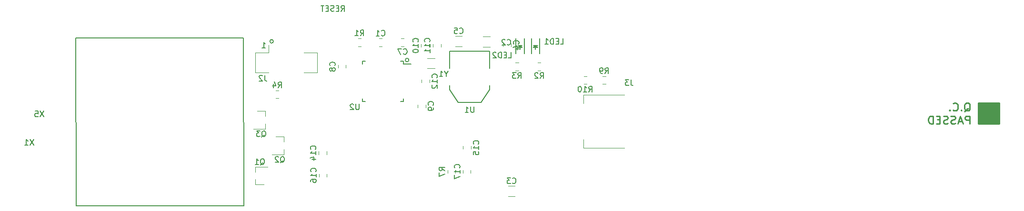
<source format=gbr>
G04 #@! TF.GenerationSoftware,KiCad,Pcbnew,5.0.2-bee76a0~70~ubuntu18.04.1*
G04 #@! TF.CreationDate,2019-06-21T11:09:07+02:00*
G04 #@! TF.ProjectId,RocketPCR,526f636b-6574-4504-9352-2e6b69636164,rev?*
G04 #@! TF.SameCoordinates,Original*
G04 #@! TF.FileFunction,Legend,Bot*
G04 #@! TF.FilePolarity,Positive*
%FSLAX46Y46*%
G04 Gerber Fmt 4.6, Leading zero omitted, Abs format (unit mm)*
G04 Created by KiCad (PCBNEW 5.0.2-bee76a0~70~ubuntu18.04.1) date Fr 21 Jun 2019 11:09:07 CEST*
%MOMM*%
%LPD*%
G01*
G04 APERTURE LIST*
%ADD10C,0.150000*%
%ADD11C,0.250000*%
%ADD12C,0.152400*%
%ADD13C,0.120000*%
%ADD14C,0.254000*%
G04 APERTURE END LIST*
D10*
X114973909Y-114991678D02*
X85157499Y-114991678D01*
X114842891Y-85044027D02*
X114973909Y-114991678D01*
X85026481Y-85044027D02*
X114842891Y-85044027D01*
X85157499Y-114991678D02*
X85026481Y-85044027D01*
D11*
X243024833Y-98172666D02*
X243158166Y-98106000D01*
X243291500Y-97972666D01*
X243491500Y-97772666D01*
X243624833Y-97706000D01*
X243758166Y-97706000D01*
X243691500Y-98039333D02*
X243824833Y-97972666D01*
X243958166Y-97839333D01*
X244024833Y-97572666D01*
X244024833Y-97106000D01*
X243958166Y-96839333D01*
X243824833Y-96706000D01*
X243691500Y-96639333D01*
X243424833Y-96639333D01*
X243291500Y-96706000D01*
X243158166Y-96839333D01*
X243091500Y-97106000D01*
X243091500Y-97572666D01*
X243158166Y-97839333D01*
X243291500Y-97972666D01*
X243424833Y-98039333D01*
X243691500Y-98039333D01*
X242491500Y-97906000D02*
X242424833Y-97972666D01*
X242491500Y-98039333D01*
X242558166Y-97972666D01*
X242491500Y-97906000D01*
X242491500Y-98039333D01*
X241024833Y-97906000D02*
X241091500Y-97972666D01*
X241291500Y-98039333D01*
X241424833Y-98039333D01*
X241624833Y-97972666D01*
X241758166Y-97839333D01*
X241824833Y-97706000D01*
X241891500Y-97439333D01*
X241891500Y-97239333D01*
X241824833Y-96972666D01*
X241758166Y-96839333D01*
X241624833Y-96706000D01*
X241424833Y-96639333D01*
X241291500Y-96639333D01*
X241091500Y-96706000D01*
X241024833Y-96772666D01*
X240424833Y-97906000D02*
X240358166Y-97972666D01*
X240424833Y-98039333D01*
X240491500Y-97972666D01*
X240424833Y-97906000D01*
X240424833Y-98039333D01*
X243958166Y-100389333D02*
X243958166Y-98989333D01*
X243424833Y-98989333D01*
X243291500Y-99056000D01*
X243224833Y-99122666D01*
X243158166Y-99256000D01*
X243158166Y-99456000D01*
X243224833Y-99589333D01*
X243291500Y-99656000D01*
X243424833Y-99722666D01*
X243958166Y-99722666D01*
X242624833Y-99989333D02*
X241958166Y-99989333D01*
X242758166Y-100389333D02*
X242291500Y-98989333D01*
X241824833Y-100389333D01*
X241424833Y-100322666D02*
X241224833Y-100389333D01*
X240891500Y-100389333D01*
X240758166Y-100322666D01*
X240691500Y-100256000D01*
X240624833Y-100122666D01*
X240624833Y-99989333D01*
X240691500Y-99856000D01*
X240758166Y-99789333D01*
X240891500Y-99722666D01*
X241158166Y-99656000D01*
X241291500Y-99589333D01*
X241358166Y-99522666D01*
X241424833Y-99389333D01*
X241424833Y-99256000D01*
X241358166Y-99122666D01*
X241291500Y-99056000D01*
X241158166Y-98989333D01*
X240824833Y-98989333D01*
X240624833Y-99056000D01*
X240091500Y-100322666D02*
X239891500Y-100389333D01*
X239558166Y-100389333D01*
X239424833Y-100322666D01*
X239358166Y-100256000D01*
X239291500Y-100122666D01*
X239291500Y-99989333D01*
X239358166Y-99856000D01*
X239424833Y-99789333D01*
X239558166Y-99722666D01*
X239824833Y-99656000D01*
X239958166Y-99589333D01*
X240024833Y-99522666D01*
X240091500Y-99389333D01*
X240091500Y-99256000D01*
X240024833Y-99122666D01*
X239958166Y-99056000D01*
X239824833Y-98989333D01*
X239491500Y-98989333D01*
X239291500Y-99056000D01*
X238691500Y-99656000D02*
X238224833Y-99656000D01*
X238024833Y-100389333D02*
X238691500Y-100389333D01*
X238691500Y-98989333D01*
X238024833Y-98989333D01*
X237424833Y-100389333D02*
X237424833Y-98989333D01*
X237091500Y-98989333D01*
X236891500Y-99056000D01*
X236758166Y-99189333D01*
X236691500Y-99322666D01*
X236624833Y-99589333D01*
X236624833Y-99789333D01*
X236691500Y-100056000D01*
X236758166Y-100189333D01*
X236891500Y-100322666D01*
X237091500Y-100389333D01*
X237424833Y-100389333D01*
D10*
X132252380Y-80277380D02*
X132585714Y-79801190D01*
X132823809Y-80277380D02*
X132823809Y-79277380D01*
X132442857Y-79277380D01*
X132347619Y-79325000D01*
X132300000Y-79372619D01*
X132252380Y-79467857D01*
X132252380Y-79610714D01*
X132300000Y-79705952D01*
X132347619Y-79753571D01*
X132442857Y-79801190D01*
X132823809Y-79801190D01*
X131823809Y-79753571D02*
X131490476Y-79753571D01*
X131347619Y-80277380D02*
X131823809Y-80277380D01*
X131823809Y-79277380D01*
X131347619Y-79277380D01*
X130966666Y-80229761D02*
X130823809Y-80277380D01*
X130585714Y-80277380D01*
X130490476Y-80229761D01*
X130442857Y-80182142D01*
X130395238Y-80086904D01*
X130395238Y-79991666D01*
X130442857Y-79896428D01*
X130490476Y-79848809D01*
X130585714Y-79801190D01*
X130776190Y-79753571D01*
X130871428Y-79705952D01*
X130919047Y-79658333D01*
X130966666Y-79563095D01*
X130966666Y-79467857D01*
X130919047Y-79372619D01*
X130871428Y-79325000D01*
X130776190Y-79277380D01*
X130538095Y-79277380D01*
X130395238Y-79325000D01*
X129966666Y-79753571D02*
X129633333Y-79753571D01*
X129490476Y-80277380D02*
X129966666Y-80277380D01*
X129966666Y-79277380D01*
X129490476Y-79277380D01*
X129204761Y-79277380D02*
X128633333Y-79277380D01*
X128919047Y-80277380D02*
X128919047Y-79277380D01*
D12*
G04 #@! TO.C,U2*
X144293228Y-89011000D02*
G75*
G03X144293228Y-89011000I-316228J0D01*
G01*
D10*
X143302000Y-89186000D02*
X143302000Y-89711000D01*
X136052000Y-89186000D02*
X136052000Y-89711000D01*
X136052000Y-96436000D02*
X136052000Y-95911000D01*
X143302000Y-96436000D02*
X143302000Y-95911000D01*
X143302000Y-89186000D02*
X142777000Y-89186000D01*
X143302000Y-96436000D02*
X142777000Y-96436000D01*
X136052000Y-96436000D02*
X136577000Y-96436000D01*
X136052000Y-89186000D02*
X136577000Y-89186000D01*
X143302000Y-89711000D02*
X144677000Y-89711000D01*
D13*
G04 #@! TO.C,Y1*
X148919000Y-88691400D02*
X147569000Y-88691400D01*
X148919000Y-90441400D02*
X147569000Y-90441400D01*
D10*
G04 #@! TO.C,LED2*
X164827000Y-85180020D02*
X164827000Y-87880020D01*
X163327000Y-85180020D02*
X163327000Y-87880020D01*
X164227000Y-86680020D02*
X163977000Y-86680020D01*
X163977000Y-86680020D02*
X164127000Y-86530020D01*
X163727000Y-86430020D02*
X164427000Y-86430020D01*
X164077000Y-86780020D02*
X164077000Y-87130020D01*
X164077000Y-86430020D02*
X163727000Y-86780020D01*
X163727000Y-86780020D02*
X164427000Y-86780020D01*
X164427000Y-86780020D02*
X164077000Y-86430020D01*
G04 #@! TO.C,LED1*
X167557000Y-85180020D02*
X167557000Y-87880020D01*
X166057000Y-85180020D02*
X166057000Y-87880020D01*
X166957000Y-86680020D02*
X166707000Y-86680020D01*
X166707000Y-86680020D02*
X166857000Y-86530020D01*
X166457000Y-86430020D02*
X167157000Y-86430020D01*
X166807000Y-86780020D02*
X166807000Y-87130020D01*
X166807000Y-86430020D02*
X166457000Y-86780020D01*
X166457000Y-86780020D02*
X167157000Y-86780020D01*
X167157000Y-86780020D02*
X166807000Y-86430020D01*
G04 #@! TO.C,U1*
X151501000Y-90503000D02*
X151501000Y-87455000D01*
X151501000Y-87455000D02*
X158613000Y-87455000D01*
X158613000Y-87455000D02*
X158613000Y-90503000D01*
X151501000Y-93551000D02*
X151501000Y-94313000D01*
X151501000Y-94313000D02*
X153025000Y-96599000D01*
X153025000Y-96599000D02*
X157089000Y-96599000D01*
X157089000Y-96599000D02*
X158613000Y-94313000D01*
X158613000Y-94313000D02*
X158613000Y-93551000D01*
D13*
G04 #@! TO.C,J3*
X175327000Y-103215000D02*
X175327000Y-104715000D01*
X175327000Y-104715000D02*
X182587000Y-104715000D01*
X175327000Y-95215000D02*
X182587000Y-95215000D01*
X175327000Y-95215000D02*
X175327000Y-96715000D01*
D12*
G04 #@! TO.C,J2*
X120202228Y-85659000D02*
G75*
G03X120202228Y-85659000I-316228J0D01*
G01*
D13*
X125656000Y-91224000D02*
X127986000Y-91224000D01*
X125656000Y-87694000D02*
X127986000Y-87694000D01*
X116986000Y-91224000D02*
X119316000Y-91224000D01*
X116986000Y-87694000D02*
X119316000Y-87694000D01*
X119316000Y-86369000D02*
X119316000Y-87694000D01*
X127986000Y-87694000D02*
X127986000Y-91224000D01*
X116986000Y-87694000D02*
X116986000Y-91224000D01*
G04 #@! TO.C,Q2*
X122103000Y-102693000D02*
X122103000Y-103623000D01*
X122103000Y-105853000D02*
X122103000Y-104923000D01*
X122103000Y-105853000D02*
X119943000Y-105853000D01*
X122103000Y-102693000D02*
X120643000Y-102693000D01*
G04 #@! TO.C,Q1*
X117017600Y-111253000D02*
X117017600Y-110323000D01*
X117017600Y-108093000D02*
X117017600Y-109023000D01*
X117017600Y-108093000D02*
X119177600Y-108093000D01*
X117017600Y-111253000D02*
X118477600Y-111253000D01*
G04 #@! TO.C,Q3*
X118775600Y-98121000D02*
X118775600Y-99051000D01*
X118775600Y-101281000D02*
X118775600Y-100351000D01*
X118775600Y-101281000D02*
X116615600Y-101281000D01*
X118775600Y-98121000D02*
X117315600Y-98121000D01*
G04 #@! TO.C,C2*
X158699064Y-84825000D02*
X157494936Y-84825000D01*
X158699064Y-86645000D02*
X157494936Y-86645000D01*
G04 #@! TO.C,C3*
X163143864Y-111516400D02*
X161939736Y-111516400D01*
X163143864Y-113336400D02*
X161939736Y-113336400D01*
G04 #@! TO.C,C4*
X162464400Y-86573778D02*
X162464400Y-86056622D01*
X161044400Y-86573778D02*
X161044400Y-86056622D01*
G04 #@! TO.C,R4*
X121118978Y-94419000D02*
X120601822Y-94419000D01*
X121118978Y-95839000D02*
X120601822Y-95839000D01*
G04 #@! TO.C,C1*
X139508578Y-86593400D02*
X138991422Y-86593400D01*
X139508578Y-85173400D02*
X138991422Y-85173400D01*
G04 #@! TO.C,C5*
X153739064Y-84725000D02*
X152534936Y-84725000D01*
X153739064Y-86545000D02*
X152534936Y-86545000D01*
G04 #@! TO.C,C7*
X142912422Y-86593400D02*
X143429578Y-86593400D01*
X142912422Y-85173400D02*
X143429578Y-85173400D01*
G04 #@! TO.C,C8*
X131682000Y-89917422D02*
X131682000Y-90434578D01*
X133102000Y-89917422D02*
X133102000Y-90434578D01*
G04 #@! TO.C,C9*
X145867000Y-97473578D02*
X145867000Y-96956422D01*
X147287000Y-97473578D02*
X147287000Y-96956422D01*
G04 #@! TO.C,C10*
X147884800Y-86158222D02*
X147884800Y-86675378D01*
X146464800Y-86158222D02*
X146464800Y-86675378D01*
G04 #@! TO.C,C11*
X148547600Y-86132822D02*
X148547600Y-86649978D01*
X149967600Y-86132822D02*
X149967600Y-86649978D01*
G04 #@! TO.C,C12*
X147961000Y-93050778D02*
X147961000Y-92533622D01*
X146541000Y-93050778D02*
X146541000Y-92533622D01*
G04 #@! TO.C,C14*
X128253000Y-105335222D02*
X128253000Y-105852378D01*
X129673000Y-105335222D02*
X129673000Y-105852378D01*
G04 #@! TO.C,C15*
X153907000Y-104912578D02*
X153907000Y-104395422D01*
X155327000Y-104912578D02*
X155327000Y-104395422D01*
G04 #@! TO.C,C16*
X129723800Y-109323022D02*
X129723800Y-109840178D01*
X128303800Y-109323022D02*
X128303800Y-109840178D01*
G04 #@! TO.C,C17*
X153856200Y-108646622D02*
X153856200Y-109163778D01*
X155276200Y-108646622D02*
X155276200Y-109163778D01*
G04 #@! TO.C,R1*
X135764578Y-85148000D02*
X135247422Y-85148000D01*
X135764578Y-86568000D02*
X135247422Y-86568000D01*
G04 #@! TO.C,R2*
X167185422Y-90886000D02*
X167702578Y-90886000D01*
X167185422Y-89466000D02*
X167702578Y-89466000D01*
G04 #@! TO.C,R3*
X163248422Y-89455000D02*
X163765578Y-89455000D01*
X163248422Y-90875000D02*
X163765578Y-90875000D01*
G04 #@! TO.C,R7*
X152583800Y-108672022D02*
X152583800Y-109189178D01*
X151163800Y-108672022D02*
X151163800Y-109189178D01*
G04 #@! TO.C,R9*
X179259578Y-91879000D02*
X178742422Y-91879000D01*
X179259578Y-93299000D02*
X178742422Y-93299000D01*
G04 #@! TO.C,R10*
X175379422Y-91879000D02*
X175896578Y-91879000D01*
X175379422Y-93299000D02*
X175896578Y-93299000D01*
G04 #@! TO.C,U2*
D10*
X135439904Y-96867380D02*
X135439904Y-97676904D01*
X135392285Y-97772142D01*
X135344666Y-97819761D01*
X135249428Y-97867380D01*
X135058952Y-97867380D01*
X134963714Y-97819761D01*
X134916095Y-97772142D01*
X134868476Y-97676904D01*
X134868476Y-96867380D01*
X134439904Y-96962619D02*
X134392285Y-96915000D01*
X134297047Y-96867380D01*
X134058952Y-96867380D01*
X133963714Y-96915000D01*
X133916095Y-96962619D01*
X133868476Y-97057857D01*
X133868476Y-97153095D01*
X133916095Y-97295952D01*
X134487523Y-97867380D01*
X133868476Y-97867380D01*
G04 #@! TO.C,Y1*
X150902190Y-91472590D02*
X150902190Y-91948780D01*
X151235523Y-90948780D02*
X150902190Y-91472590D01*
X150568857Y-90948780D01*
X149711714Y-91948780D02*
X150283142Y-91948780D01*
X149997428Y-91948780D02*
X149997428Y-90948780D01*
X150092666Y-91091638D01*
X150187904Y-91186876D01*
X150283142Y-91234495D01*
G04 #@! TO.C,LED2*
X161959047Y-88596380D02*
X162435238Y-88596380D01*
X162435238Y-87596380D01*
X161625714Y-88072571D02*
X161292380Y-88072571D01*
X161149523Y-88596380D02*
X161625714Y-88596380D01*
X161625714Y-87596380D01*
X161149523Y-87596380D01*
X160720952Y-88596380D02*
X160720952Y-87596380D01*
X160482857Y-87596380D01*
X160340000Y-87644000D01*
X160244761Y-87739238D01*
X160197142Y-87834476D01*
X160149523Y-88024952D01*
X160149523Y-88167809D01*
X160197142Y-88358285D01*
X160244761Y-88453523D01*
X160340000Y-88548761D01*
X160482857Y-88596380D01*
X160720952Y-88596380D01*
X159768571Y-87691619D02*
X159720952Y-87644000D01*
X159625714Y-87596380D01*
X159387619Y-87596380D01*
X159292380Y-87644000D01*
X159244761Y-87691619D01*
X159197142Y-87786857D01*
X159197142Y-87882095D01*
X159244761Y-88024952D01*
X159816190Y-88596380D01*
X159197142Y-88596380D01*
G04 #@! TO.C,LED1*
X171230047Y-86183380D02*
X171706238Y-86183380D01*
X171706238Y-85183380D01*
X170896714Y-85659571D02*
X170563380Y-85659571D01*
X170420523Y-86183380D02*
X170896714Y-86183380D01*
X170896714Y-85183380D01*
X170420523Y-85183380D01*
X169991952Y-86183380D02*
X169991952Y-85183380D01*
X169753857Y-85183380D01*
X169611000Y-85231000D01*
X169515761Y-85326238D01*
X169468142Y-85421476D01*
X169420523Y-85611952D01*
X169420523Y-85754809D01*
X169468142Y-85945285D01*
X169515761Y-86040523D01*
X169611000Y-86135761D01*
X169753857Y-86183380D01*
X169991952Y-86183380D01*
X168468142Y-86183380D02*
X169039571Y-86183380D01*
X168753857Y-86183380D02*
X168753857Y-85183380D01*
X168849095Y-85326238D01*
X168944333Y-85421476D01*
X169039571Y-85469095D01*
G04 #@! TO.C,U1*
X155861504Y-97324580D02*
X155861504Y-98134104D01*
X155813885Y-98229342D01*
X155766266Y-98276961D01*
X155671028Y-98324580D01*
X155480552Y-98324580D01*
X155385314Y-98276961D01*
X155337695Y-98229342D01*
X155290076Y-98134104D01*
X155290076Y-97324580D01*
X154290076Y-98324580D02*
X154861504Y-98324580D01*
X154575790Y-98324580D02*
X154575790Y-97324580D01*
X154671028Y-97467438D01*
X154766266Y-97562676D01*
X154861504Y-97610295D01*
G04 #@! TO.C,J3*
X183779333Y-92549380D02*
X183779333Y-93263666D01*
X183826952Y-93406523D01*
X183922190Y-93501761D01*
X184065047Y-93549380D01*
X184160285Y-93549380D01*
X183398380Y-92549380D02*
X182779333Y-92549380D01*
X183112666Y-92930333D01*
X182969809Y-92930333D01*
X182874571Y-92977952D01*
X182826952Y-93025571D01*
X182779333Y-93120809D01*
X182779333Y-93358904D01*
X182826952Y-93454142D01*
X182874571Y-93501761D01*
X182969809Y-93549380D01*
X183255523Y-93549380D01*
X183350761Y-93501761D01*
X183398380Y-93454142D01*
G04 #@! TO.C,J2*
X118664333Y-91730780D02*
X118664333Y-92445066D01*
X118711952Y-92587923D01*
X118807190Y-92683161D01*
X118950047Y-92730780D01*
X119045285Y-92730780D01*
X118235761Y-91826019D02*
X118188142Y-91778400D01*
X118092904Y-91730780D01*
X117854809Y-91730780D01*
X117759571Y-91778400D01*
X117711952Y-91826019D01*
X117664333Y-91921257D01*
X117664333Y-92016495D01*
X117711952Y-92159352D01*
X118283380Y-92730780D01*
X117664333Y-92730780D01*
X118200285Y-86811380D02*
X118771714Y-86811380D01*
X118486000Y-86811380D02*
X118486000Y-85811380D01*
X118581238Y-85954238D01*
X118676476Y-86049476D01*
X118771714Y-86097095D01*
G04 #@! TO.C,Q2*
X121438238Y-107320619D02*
X121533476Y-107273000D01*
X121628714Y-107177761D01*
X121771571Y-107034904D01*
X121866809Y-106987285D01*
X121962047Y-106987285D01*
X121914428Y-107225380D02*
X122009666Y-107177761D01*
X122104904Y-107082523D01*
X122152523Y-106892047D01*
X122152523Y-106558714D01*
X122104904Y-106368238D01*
X122009666Y-106273000D01*
X121914428Y-106225380D01*
X121723952Y-106225380D01*
X121628714Y-106273000D01*
X121533476Y-106368238D01*
X121485857Y-106558714D01*
X121485857Y-106892047D01*
X121533476Y-107082523D01*
X121628714Y-107177761D01*
X121723952Y-107225380D01*
X121914428Y-107225380D01*
X121104904Y-106320619D02*
X121057285Y-106273000D01*
X120962047Y-106225380D01*
X120723952Y-106225380D01*
X120628714Y-106273000D01*
X120581095Y-106320619D01*
X120533476Y-106415857D01*
X120533476Y-106511095D01*
X120581095Y-106653952D01*
X121152523Y-107225380D01*
X120533476Y-107225380D01*
G04 #@! TO.C,Q1*
X117872838Y-107720619D02*
X117968076Y-107673000D01*
X118063314Y-107577761D01*
X118206171Y-107434904D01*
X118301409Y-107387285D01*
X118396647Y-107387285D01*
X118349028Y-107625380D02*
X118444266Y-107577761D01*
X118539504Y-107482523D01*
X118587123Y-107292047D01*
X118587123Y-106958714D01*
X118539504Y-106768238D01*
X118444266Y-106673000D01*
X118349028Y-106625380D01*
X118158552Y-106625380D01*
X118063314Y-106673000D01*
X117968076Y-106768238D01*
X117920457Y-106958714D01*
X117920457Y-107292047D01*
X117968076Y-107482523D01*
X118063314Y-107577761D01*
X118158552Y-107625380D01*
X118349028Y-107625380D01*
X116968076Y-107625380D02*
X117539504Y-107625380D01*
X117253790Y-107625380D02*
X117253790Y-106625380D01*
X117349028Y-106768238D01*
X117444266Y-106863476D01*
X117539504Y-106911095D01*
G04 #@! TO.C,Q3*
X118110838Y-102748619D02*
X118206076Y-102701000D01*
X118301314Y-102605761D01*
X118444171Y-102462904D01*
X118539409Y-102415285D01*
X118634647Y-102415285D01*
X118587028Y-102653380D02*
X118682266Y-102605761D01*
X118777504Y-102510523D01*
X118825123Y-102320047D01*
X118825123Y-101986714D01*
X118777504Y-101796238D01*
X118682266Y-101701000D01*
X118587028Y-101653380D01*
X118396552Y-101653380D01*
X118301314Y-101701000D01*
X118206076Y-101796238D01*
X118158457Y-101986714D01*
X118158457Y-102320047D01*
X118206076Y-102510523D01*
X118301314Y-102605761D01*
X118396552Y-102653380D01*
X118587028Y-102653380D01*
X117825123Y-101653380D02*
X117206076Y-101653380D01*
X117539409Y-102034333D01*
X117396552Y-102034333D01*
X117301314Y-102081952D01*
X117253695Y-102129571D01*
X117206076Y-102224809D01*
X117206076Y-102462904D01*
X117253695Y-102558142D01*
X117301314Y-102605761D01*
X117396552Y-102653380D01*
X117682266Y-102653380D01*
X117777504Y-102605761D01*
X117825123Y-102558142D01*
G04 #@! TO.C,C2*
X161768666Y-86215142D02*
X161816285Y-86262761D01*
X161959142Y-86310380D01*
X162054380Y-86310380D01*
X162197238Y-86262761D01*
X162292476Y-86167523D01*
X162340095Y-86072285D01*
X162387714Y-85881809D01*
X162387714Y-85738952D01*
X162340095Y-85548476D01*
X162292476Y-85453238D01*
X162197238Y-85358000D01*
X162054380Y-85310380D01*
X161959142Y-85310380D01*
X161816285Y-85358000D01*
X161768666Y-85405619D01*
X161387714Y-85405619D02*
X161340095Y-85358000D01*
X161244857Y-85310380D01*
X161006761Y-85310380D01*
X160911523Y-85358000D01*
X160863904Y-85405619D01*
X160816285Y-85500857D01*
X160816285Y-85596095D01*
X160863904Y-85738952D01*
X161435333Y-86310380D01*
X160816285Y-86310380D01*
G04 #@! TO.C,C3*
X162708466Y-110963542D02*
X162756085Y-111011161D01*
X162898942Y-111058780D01*
X162994180Y-111058780D01*
X163137038Y-111011161D01*
X163232276Y-110915923D01*
X163279895Y-110820685D01*
X163327514Y-110630209D01*
X163327514Y-110487352D01*
X163279895Y-110296876D01*
X163232276Y-110201638D01*
X163137038Y-110106400D01*
X162994180Y-110058780D01*
X162898942Y-110058780D01*
X162756085Y-110106400D01*
X162708466Y-110154019D01*
X162375133Y-110058780D02*
X161756085Y-110058780D01*
X162089419Y-110439733D01*
X161946561Y-110439733D01*
X161851323Y-110487352D01*
X161803704Y-110534971D01*
X161756085Y-110630209D01*
X161756085Y-110868304D01*
X161803704Y-110963542D01*
X161851323Y-111011161D01*
X161946561Y-111058780D01*
X162232276Y-111058780D01*
X162327514Y-111011161D01*
X162375133Y-110963542D01*
G04 #@! TO.C,C4*
X163761542Y-86148533D02*
X163809161Y-86100914D01*
X163856780Y-85958057D01*
X163856780Y-85862819D01*
X163809161Y-85719961D01*
X163713923Y-85624723D01*
X163618685Y-85577104D01*
X163428209Y-85529485D01*
X163285352Y-85529485D01*
X163094876Y-85577104D01*
X162999638Y-85624723D01*
X162904400Y-85719961D01*
X162856780Y-85862819D01*
X162856780Y-85958057D01*
X162904400Y-86100914D01*
X162952019Y-86148533D01*
X163190114Y-87005676D02*
X163856780Y-87005676D01*
X162809161Y-86767580D02*
X163523447Y-86529485D01*
X163523447Y-87148533D01*
G04 #@! TO.C,R4*
X121027066Y-93931380D02*
X121360400Y-93455190D01*
X121598495Y-93931380D02*
X121598495Y-92931380D01*
X121217542Y-92931380D01*
X121122304Y-92979000D01*
X121074685Y-93026619D01*
X121027066Y-93121857D01*
X121027066Y-93264714D01*
X121074685Y-93359952D01*
X121122304Y-93407571D01*
X121217542Y-93455190D01*
X121598495Y-93455190D01*
X120169923Y-93264714D02*
X120169923Y-93931380D01*
X120408019Y-92883761D02*
X120646114Y-93598047D01*
X120027066Y-93598047D01*
G04 #@! TO.C,C1*
X139416666Y-84590542D02*
X139464285Y-84638161D01*
X139607142Y-84685780D01*
X139702380Y-84685780D01*
X139845238Y-84638161D01*
X139940476Y-84542923D01*
X139988095Y-84447685D01*
X140035714Y-84257209D01*
X140035714Y-84114352D01*
X139988095Y-83923876D01*
X139940476Y-83828638D01*
X139845238Y-83733400D01*
X139702380Y-83685780D01*
X139607142Y-83685780D01*
X139464285Y-83733400D01*
X139416666Y-83781019D01*
X138464285Y-84685780D02*
X139035714Y-84685780D01*
X138750000Y-84685780D02*
X138750000Y-83685780D01*
X138845238Y-83828638D01*
X138940476Y-83923876D01*
X139035714Y-83971495D01*
G04 #@! TO.C,C5*
X153303666Y-84172142D02*
X153351285Y-84219761D01*
X153494142Y-84267380D01*
X153589380Y-84267380D01*
X153732238Y-84219761D01*
X153827476Y-84124523D01*
X153875095Y-84029285D01*
X153922714Y-83838809D01*
X153922714Y-83695952D01*
X153875095Y-83505476D01*
X153827476Y-83410238D01*
X153732238Y-83315000D01*
X153589380Y-83267380D01*
X153494142Y-83267380D01*
X153351285Y-83315000D01*
X153303666Y-83362619D01*
X152398904Y-83267380D02*
X152875095Y-83267380D01*
X152922714Y-83743571D01*
X152875095Y-83695952D01*
X152779857Y-83648333D01*
X152541761Y-83648333D01*
X152446523Y-83695952D01*
X152398904Y-83743571D01*
X152351285Y-83838809D01*
X152351285Y-84076904D01*
X152398904Y-84172142D01*
X152446523Y-84219761D01*
X152541761Y-84267380D01*
X152779857Y-84267380D01*
X152875095Y-84219761D01*
X152922714Y-84172142D01*
G04 #@! TO.C,C7*
X143337666Y-87890542D02*
X143385285Y-87938161D01*
X143528142Y-87985780D01*
X143623380Y-87985780D01*
X143766238Y-87938161D01*
X143861476Y-87842923D01*
X143909095Y-87747685D01*
X143956714Y-87557209D01*
X143956714Y-87414352D01*
X143909095Y-87223876D01*
X143861476Y-87128638D01*
X143766238Y-87033400D01*
X143623380Y-86985780D01*
X143528142Y-86985780D01*
X143385285Y-87033400D01*
X143337666Y-87081019D01*
X143004333Y-86985780D02*
X142337666Y-86985780D01*
X142766238Y-87985780D01*
G04 #@! TO.C,C8*
X131099142Y-90009333D02*
X131146761Y-89961714D01*
X131194380Y-89818857D01*
X131194380Y-89723619D01*
X131146761Y-89580761D01*
X131051523Y-89485523D01*
X130956285Y-89437904D01*
X130765809Y-89390285D01*
X130622952Y-89390285D01*
X130432476Y-89437904D01*
X130337238Y-89485523D01*
X130242000Y-89580761D01*
X130194380Y-89723619D01*
X130194380Y-89818857D01*
X130242000Y-89961714D01*
X130289619Y-90009333D01*
X130622952Y-90580761D02*
X130575333Y-90485523D01*
X130527714Y-90437904D01*
X130432476Y-90390285D01*
X130384857Y-90390285D01*
X130289619Y-90437904D01*
X130242000Y-90485523D01*
X130194380Y-90580761D01*
X130194380Y-90771238D01*
X130242000Y-90866476D01*
X130289619Y-90914095D01*
X130384857Y-90961714D01*
X130432476Y-90961714D01*
X130527714Y-90914095D01*
X130575333Y-90866476D01*
X130622952Y-90771238D01*
X130622952Y-90580761D01*
X130670571Y-90485523D01*
X130718190Y-90437904D01*
X130813428Y-90390285D01*
X131003904Y-90390285D01*
X131099142Y-90437904D01*
X131146761Y-90485523D01*
X131194380Y-90580761D01*
X131194380Y-90771238D01*
X131146761Y-90866476D01*
X131099142Y-90914095D01*
X131003904Y-90961714D01*
X130813428Y-90961714D01*
X130718190Y-90914095D01*
X130670571Y-90866476D01*
X130622952Y-90771238D01*
G04 #@! TO.C,C9*
X148584142Y-97048333D02*
X148631761Y-97000714D01*
X148679380Y-96857857D01*
X148679380Y-96762619D01*
X148631761Y-96619761D01*
X148536523Y-96524523D01*
X148441285Y-96476904D01*
X148250809Y-96429285D01*
X148107952Y-96429285D01*
X147917476Y-96476904D01*
X147822238Y-96524523D01*
X147727000Y-96619761D01*
X147679380Y-96762619D01*
X147679380Y-96857857D01*
X147727000Y-97000714D01*
X147774619Y-97048333D01*
X148679380Y-97524523D02*
X148679380Y-97715000D01*
X148631761Y-97810238D01*
X148584142Y-97857857D01*
X148441285Y-97953095D01*
X148250809Y-98000714D01*
X147869857Y-98000714D01*
X147774619Y-97953095D01*
X147727000Y-97905476D01*
X147679380Y-97810238D01*
X147679380Y-97619761D01*
X147727000Y-97524523D01*
X147774619Y-97476904D01*
X147869857Y-97429285D01*
X148107952Y-97429285D01*
X148203190Y-97476904D01*
X148250809Y-97524523D01*
X148298428Y-97619761D01*
X148298428Y-97810238D01*
X148250809Y-97905476D01*
X148203190Y-97953095D01*
X148107952Y-98000714D01*
G04 #@! TO.C,C10*
X145881942Y-85773942D02*
X145929561Y-85726323D01*
X145977180Y-85583466D01*
X145977180Y-85488228D01*
X145929561Y-85345371D01*
X145834323Y-85250133D01*
X145739085Y-85202514D01*
X145548609Y-85154895D01*
X145405752Y-85154895D01*
X145215276Y-85202514D01*
X145120038Y-85250133D01*
X145024800Y-85345371D01*
X144977180Y-85488228D01*
X144977180Y-85583466D01*
X145024800Y-85726323D01*
X145072419Y-85773942D01*
X145977180Y-86726323D02*
X145977180Y-86154895D01*
X145977180Y-86440609D02*
X144977180Y-86440609D01*
X145120038Y-86345371D01*
X145215276Y-86250133D01*
X145262895Y-86154895D01*
X144977180Y-87345371D02*
X144977180Y-87440609D01*
X145024800Y-87535847D01*
X145072419Y-87583466D01*
X145167657Y-87631085D01*
X145358133Y-87678704D01*
X145596228Y-87678704D01*
X145786704Y-87631085D01*
X145881942Y-87583466D01*
X145929561Y-87535847D01*
X145977180Y-87440609D01*
X145977180Y-87345371D01*
X145929561Y-87250133D01*
X145881942Y-87202514D01*
X145786704Y-87154895D01*
X145596228Y-87107276D01*
X145358133Y-87107276D01*
X145167657Y-87154895D01*
X145072419Y-87202514D01*
X145024800Y-87250133D01*
X144977180Y-87345371D01*
G04 #@! TO.C,C11*
X147964742Y-85748542D02*
X148012361Y-85700923D01*
X148059980Y-85558066D01*
X148059980Y-85462828D01*
X148012361Y-85319971D01*
X147917123Y-85224733D01*
X147821885Y-85177114D01*
X147631409Y-85129495D01*
X147488552Y-85129495D01*
X147298076Y-85177114D01*
X147202838Y-85224733D01*
X147107600Y-85319971D01*
X147059980Y-85462828D01*
X147059980Y-85558066D01*
X147107600Y-85700923D01*
X147155219Y-85748542D01*
X148059980Y-86700923D02*
X148059980Y-86129495D01*
X148059980Y-86415209D02*
X147059980Y-86415209D01*
X147202838Y-86319971D01*
X147298076Y-86224733D01*
X147345695Y-86129495D01*
X148059980Y-87653304D02*
X148059980Y-87081876D01*
X148059980Y-87367590D02*
X147059980Y-87367590D01*
X147202838Y-87272352D01*
X147298076Y-87177114D01*
X147345695Y-87081876D01*
G04 #@! TO.C,C12*
X149258142Y-92149342D02*
X149305761Y-92101723D01*
X149353380Y-91958866D01*
X149353380Y-91863628D01*
X149305761Y-91720771D01*
X149210523Y-91625533D01*
X149115285Y-91577914D01*
X148924809Y-91530295D01*
X148781952Y-91530295D01*
X148591476Y-91577914D01*
X148496238Y-91625533D01*
X148401000Y-91720771D01*
X148353380Y-91863628D01*
X148353380Y-91958866D01*
X148401000Y-92101723D01*
X148448619Y-92149342D01*
X149353380Y-93101723D02*
X149353380Y-92530295D01*
X149353380Y-92816009D02*
X148353380Y-92816009D01*
X148496238Y-92720771D01*
X148591476Y-92625533D01*
X148639095Y-92530295D01*
X148448619Y-93482676D02*
X148401000Y-93530295D01*
X148353380Y-93625533D01*
X148353380Y-93863628D01*
X148401000Y-93958866D01*
X148448619Y-94006485D01*
X148543857Y-94054104D01*
X148639095Y-94054104D01*
X148781952Y-94006485D01*
X149353380Y-93435057D01*
X149353380Y-94054104D01*
G04 #@! TO.C,C14*
X127670142Y-104950942D02*
X127717761Y-104903323D01*
X127765380Y-104760466D01*
X127765380Y-104665228D01*
X127717761Y-104522371D01*
X127622523Y-104427133D01*
X127527285Y-104379514D01*
X127336809Y-104331895D01*
X127193952Y-104331895D01*
X127003476Y-104379514D01*
X126908238Y-104427133D01*
X126813000Y-104522371D01*
X126765380Y-104665228D01*
X126765380Y-104760466D01*
X126813000Y-104903323D01*
X126860619Y-104950942D01*
X127765380Y-105903323D02*
X127765380Y-105331895D01*
X127765380Y-105617609D02*
X126765380Y-105617609D01*
X126908238Y-105522371D01*
X127003476Y-105427133D01*
X127051095Y-105331895D01*
X127098714Y-106760466D02*
X127765380Y-106760466D01*
X126717761Y-106522371D02*
X127432047Y-106284276D01*
X127432047Y-106903323D01*
G04 #@! TO.C,C15*
X156624142Y-104011142D02*
X156671761Y-103963523D01*
X156719380Y-103820666D01*
X156719380Y-103725428D01*
X156671761Y-103582571D01*
X156576523Y-103487333D01*
X156481285Y-103439714D01*
X156290809Y-103392095D01*
X156147952Y-103392095D01*
X155957476Y-103439714D01*
X155862238Y-103487333D01*
X155767000Y-103582571D01*
X155719380Y-103725428D01*
X155719380Y-103820666D01*
X155767000Y-103963523D01*
X155814619Y-104011142D01*
X156719380Y-104963523D02*
X156719380Y-104392095D01*
X156719380Y-104677809D02*
X155719380Y-104677809D01*
X155862238Y-104582571D01*
X155957476Y-104487333D01*
X156005095Y-104392095D01*
X155719380Y-105868285D02*
X155719380Y-105392095D01*
X156195571Y-105344476D01*
X156147952Y-105392095D01*
X156100333Y-105487333D01*
X156100333Y-105725428D01*
X156147952Y-105820666D01*
X156195571Y-105868285D01*
X156290809Y-105915904D01*
X156528904Y-105915904D01*
X156624142Y-105868285D01*
X156671761Y-105820666D01*
X156719380Y-105725428D01*
X156719380Y-105487333D01*
X156671761Y-105392095D01*
X156624142Y-105344476D01*
G04 #@! TO.C,C16*
X127720942Y-108938742D02*
X127768561Y-108891123D01*
X127816180Y-108748266D01*
X127816180Y-108653028D01*
X127768561Y-108510171D01*
X127673323Y-108414933D01*
X127578085Y-108367314D01*
X127387609Y-108319695D01*
X127244752Y-108319695D01*
X127054276Y-108367314D01*
X126959038Y-108414933D01*
X126863800Y-108510171D01*
X126816180Y-108653028D01*
X126816180Y-108748266D01*
X126863800Y-108891123D01*
X126911419Y-108938742D01*
X127816180Y-109891123D02*
X127816180Y-109319695D01*
X127816180Y-109605409D02*
X126816180Y-109605409D01*
X126959038Y-109510171D01*
X127054276Y-109414933D01*
X127101895Y-109319695D01*
X126816180Y-110748266D02*
X126816180Y-110557790D01*
X126863800Y-110462552D01*
X126911419Y-110414933D01*
X127054276Y-110319695D01*
X127244752Y-110272076D01*
X127625704Y-110272076D01*
X127720942Y-110319695D01*
X127768561Y-110367314D01*
X127816180Y-110462552D01*
X127816180Y-110653028D01*
X127768561Y-110748266D01*
X127720942Y-110795885D01*
X127625704Y-110843504D01*
X127387609Y-110843504D01*
X127292371Y-110795885D01*
X127244752Y-110748266D01*
X127197133Y-110653028D01*
X127197133Y-110462552D01*
X127244752Y-110367314D01*
X127292371Y-110319695D01*
X127387609Y-110272076D01*
G04 #@! TO.C,C17*
X153273342Y-108262342D02*
X153320961Y-108214723D01*
X153368580Y-108071866D01*
X153368580Y-107976628D01*
X153320961Y-107833771D01*
X153225723Y-107738533D01*
X153130485Y-107690914D01*
X152940009Y-107643295D01*
X152797152Y-107643295D01*
X152606676Y-107690914D01*
X152511438Y-107738533D01*
X152416200Y-107833771D01*
X152368580Y-107976628D01*
X152368580Y-108071866D01*
X152416200Y-108214723D01*
X152463819Y-108262342D01*
X153368580Y-109214723D02*
X153368580Y-108643295D01*
X153368580Y-108929009D02*
X152368580Y-108929009D01*
X152511438Y-108833771D01*
X152606676Y-108738533D01*
X152654295Y-108643295D01*
X152368580Y-109548057D02*
X152368580Y-110214723D01*
X153368580Y-109786152D01*
G04 #@! TO.C,R1*
X135672666Y-84660380D02*
X136006000Y-84184190D01*
X136244095Y-84660380D02*
X136244095Y-83660380D01*
X135863142Y-83660380D01*
X135767904Y-83708000D01*
X135720285Y-83755619D01*
X135672666Y-83850857D01*
X135672666Y-83993714D01*
X135720285Y-84088952D01*
X135767904Y-84136571D01*
X135863142Y-84184190D01*
X136244095Y-84184190D01*
X134720285Y-84660380D02*
X135291714Y-84660380D01*
X135006000Y-84660380D02*
X135006000Y-83660380D01*
X135101238Y-83803238D01*
X135196476Y-83898476D01*
X135291714Y-83946095D01*
G04 #@! TO.C,R2*
X167610666Y-92278380D02*
X167944000Y-91802190D01*
X168182095Y-92278380D02*
X168182095Y-91278380D01*
X167801142Y-91278380D01*
X167705904Y-91326000D01*
X167658285Y-91373619D01*
X167610666Y-91468857D01*
X167610666Y-91611714D01*
X167658285Y-91706952D01*
X167705904Y-91754571D01*
X167801142Y-91802190D01*
X168182095Y-91802190D01*
X167229714Y-91373619D02*
X167182095Y-91326000D01*
X167086857Y-91278380D01*
X166848761Y-91278380D01*
X166753523Y-91326000D01*
X166705904Y-91373619D01*
X166658285Y-91468857D01*
X166658285Y-91564095D01*
X166705904Y-91706952D01*
X167277333Y-92278380D01*
X166658285Y-92278380D01*
G04 #@! TO.C,R3*
X163673666Y-92267380D02*
X164007000Y-91791190D01*
X164245095Y-92267380D02*
X164245095Y-91267380D01*
X163864142Y-91267380D01*
X163768904Y-91315000D01*
X163721285Y-91362619D01*
X163673666Y-91457857D01*
X163673666Y-91600714D01*
X163721285Y-91695952D01*
X163768904Y-91743571D01*
X163864142Y-91791190D01*
X164245095Y-91791190D01*
X163340333Y-91267380D02*
X162721285Y-91267380D01*
X163054619Y-91648333D01*
X162911761Y-91648333D01*
X162816523Y-91695952D01*
X162768904Y-91743571D01*
X162721285Y-91838809D01*
X162721285Y-92076904D01*
X162768904Y-92172142D01*
X162816523Y-92219761D01*
X162911761Y-92267380D01*
X163197476Y-92267380D01*
X163292714Y-92219761D01*
X163340333Y-92172142D01*
G04 #@! TO.C,R7*
X150676180Y-108763933D02*
X150199990Y-108430600D01*
X150676180Y-108192504D02*
X149676180Y-108192504D01*
X149676180Y-108573457D01*
X149723800Y-108668695D01*
X149771419Y-108716314D01*
X149866657Y-108763933D01*
X150009514Y-108763933D01*
X150104752Y-108716314D01*
X150152371Y-108668695D01*
X150199990Y-108573457D01*
X150199990Y-108192504D01*
X149676180Y-109097266D02*
X149676180Y-109763933D01*
X150676180Y-109335361D01*
G04 #@! TO.C,R9*
X179167666Y-91391380D02*
X179501000Y-90915190D01*
X179739095Y-91391380D02*
X179739095Y-90391380D01*
X179358142Y-90391380D01*
X179262904Y-90439000D01*
X179215285Y-90486619D01*
X179167666Y-90581857D01*
X179167666Y-90724714D01*
X179215285Y-90819952D01*
X179262904Y-90867571D01*
X179358142Y-90915190D01*
X179739095Y-90915190D01*
X178691476Y-91391380D02*
X178501000Y-91391380D01*
X178405761Y-91343761D01*
X178358142Y-91296142D01*
X178262904Y-91153285D01*
X178215285Y-90962809D01*
X178215285Y-90581857D01*
X178262904Y-90486619D01*
X178310523Y-90439000D01*
X178405761Y-90391380D01*
X178596238Y-90391380D01*
X178691476Y-90439000D01*
X178739095Y-90486619D01*
X178786714Y-90581857D01*
X178786714Y-90819952D01*
X178739095Y-90915190D01*
X178691476Y-90962809D01*
X178596238Y-91010428D01*
X178405761Y-91010428D01*
X178310523Y-90962809D01*
X178262904Y-90915190D01*
X178215285Y-90819952D01*
G04 #@! TO.C,R10*
X176280857Y-94691380D02*
X176614190Y-94215190D01*
X176852285Y-94691380D02*
X176852285Y-93691380D01*
X176471333Y-93691380D01*
X176376095Y-93739000D01*
X176328476Y-93786619D01*
X176280857Y-93881857D01*
X176280857Y-94024714D01*
X176328476Y-94119952D01*
X176376095Y-94167571D01*
X176471333Y-94215190D01*
X176852285Y-94215190D01*
X175328476Y-94691380D02*
X175899904Y-94691380D01*
X175614190Y-94691380D02*
X175614190Y-93691380D01*
X175709428Y-93834238D01*
X175804666Y-93929476D01*
X175899904Y-93977095D01*
X174709428Y-93691380D02*
X174614190Y-93691380D01*
X174518952Y-93739000D01*
X174471333Y-93786619D01*
X174423714Y-93881857D01*
X174376095Y-94072333D01*
X174376095Y-94310428D01*
X174423714Y-94500904D01*
X174471333Y-94596142D01*
X174518952Y-94643761D01*
X174614190Y-94691380D01*
X174709428Y-94691380D01*
X174804666Y-94643761D01*
X174852285Y-94596142D01*
X174899904Y-94500904D01*
X174947523Y-94310428D01*
X174947523Y-94072333D01*
X174899904Y-93881857D01*
X174852285Y-93786619D01*
X174804666Y-93739000D01*
X174709428Y-93691380D01*
G04 #@! TO.C,X1*
X77584523Y-103202380D02*
X76917857Y-104202380D01*
X76917857Y-103202380D02*
X77584523Y-104202380D01*
X76013095Y-104202380D02*
X76584523Y-104202380D01*
X76298809Y-104202380D02*
X76298809Y-103202380D01*
X76394047Y-103345238D01*
X76489285Y-103440476D01*
X76584523Y-103488095D01*
G04 #@! TO.C,X5*
X79384523Y-98127380D02*
X78717857Y-99127380D01*
X78717857Y-98127380D02*
X79384523Y-99127380D01*
X77860714Y-98127380D02*
X78336904Y-98127380D01*
X78384523Y-98603571D01*
X78336904Y-98555952D01*
X78241666Y-98508333D01*
X78003571Y-98508333D01*
X77908333Y-98555952D01*
X77860714Y-98603571D01*
X77813095Y-98698809D01*
X77813095Y-98936904D01*
X77860714Y-99032142D01*
X77908333Y-99079761D01*
X78003571Y-99127380D01*
X78241666Y-99127380D01*
X78336904Y-99079761D01*
X78384523Y-99032142D01*
G04 #@! TD*
D14*
G36*
X249212000Y-100417000D02*
X245466000Y-100417000D01*
X245466000Y-96671000D01*
X249212000Y-96671000D01*
X249212000Y-100417000D01*
X249212000Y-100417000D01*
G37*
X249212000Y-100417000D02*
X245466000Y-100417000D01*
X245466000Y-96671000D01*
X249212000Y-96671000D01*
X249212000Y-100417000D01*
M02*

</source>
